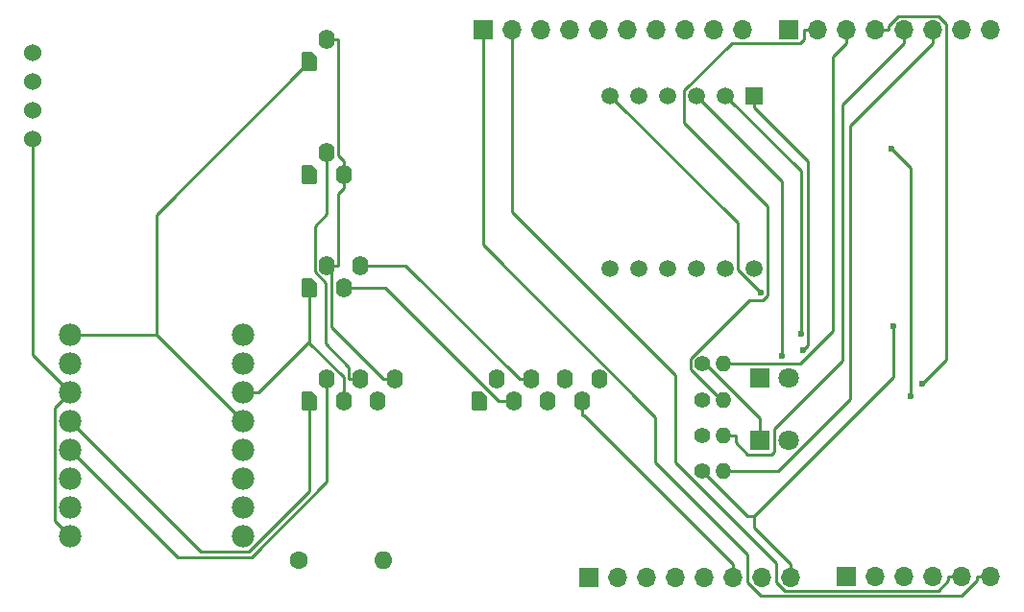
<source format=gbr>
%TF.GenerationSoftware,KiCad,Pcbnew,8.0.0*%
%TF.CreationDate,2024-05-08T19:23:15-07:00*%
%TF.ProjectId,CPE301D_KICAD,43504533-3031-4445-9f4b-494341442e6b,rev?*%
%TF.SameCoordinates,Original*%
%TF.FileFunction,Copper,L2,Bot*%
%TF.FilePolarity,Positive*%
%FSLAX46Y46*%
G04 Gerber Fmt 4.6, Leading zero omitted, Abs format (unit mm)*
G04 Created by KiCad (PCBNEW 8.0.0) date 2024-05-08 19:23:15*
%MOMM*%
%LPD*%
G01*
G04 APERTURE LIST*
G04 Aperture macros list*
%AMFreePoly0*
4,1,22,0.145671,0.855970,0.226777,0.801777,0.626777,0.401777,0.680970,0.320671,0.700000,0.225000,0.700000,-0.625000,0.680970,-0.720671,0.626777,-0.801777,0.545671,-0.855970,0.450000,-0.875000,-0.450000,-0.875000,-0.545671,-0.855970,-0.626777,-0.801777,-0.680970,-0.720671,-0.700000,-0.625000,-0.700000,0.625000,-0.680970,0.720671,-0.626777,0.801777,-0.545671,0.855970,-0.450000,0.875000,
0.050000,0.875000,0.145671,0.855970,0.145671,0.855970,$1*%
G04 Aperture macros list end*
%TA.AperFunction,ComponentPad*%
%ADD10C,1.530000*%
%TD*%
%TA.AperFunction,ComponentPad*%
%ADD11C,1.980000*%
%TD*%
%TA.AperFunction,ComponentPad*%
%ADD12R,1.700000X1.700000*%
%TD*%
%TA.AperFunction,ComponentPad*%
%ADD13O,1.700000X1.700000*%
%TD*%
%TA.AperFunction,ComponentPad*%
%ADD14FreePoly0,0.000000*%
%TD*%
%TA.AperFunction,ComponentPad*%
%ADD15O,1.400000X1.750000*%
%TD*%
%TA.AperFunction,ComponentPad*%
%ADD16C,1.600000*%
%TD*%
%TA.AperFunction,ComponentPad*%
%ADD17O,1.600000X1.600000*%
%TD*%
%TA.AperFunction,ComponentPad*%
%ADD18R,1.800000X1.800000*%
%TD*%
%TA.AperFunction,ComponentPad*%
%ADD19C,1.800000*%
%TD*%
%TA.AperFunction,ComponentPad*%
%ADD20R,1.500000X1.500000*%
%TD*%
%TA.AperFunction,ComponentPad*%
%ADD21C,1.500000*%
%TD*%
%TA.AperFunction,ComponentPad*%
%ADD22C,1.400000*%
%TD*%
%TA.AperFunction,ComponentPad*%
%ADD23O,1.400000X1.400000*%
%TD*%
%TA.AperFunction,ViaPad*%
%ADD24C,0.600000*%
%TD*%
%TA.AperFunction,Conductor*%
%ADD25C,0.250000*%
%TD*%
G04 APERTURE END LIST*
D10*
%TO.P,U5,2,TRIG*%
%TO.N,/\u002A9*%
X79125000Y-53730000D03*
%TO.P,U5,3,ECHO*%
%TO.N,/8*%
X79125000Y-56270000D03*
%TO.P,U5,4,GND*%
%TO.N,GND*%
X79125000Y-58810000D03*
%TO.P,U5,1,VCC*%
%TO.N,VCC*%
X79125000Y-51190000D03*
%TD*%
D11*
%TO.P,U2,8,GND*%
%TO.N,GND*%
X82380000Y-93890000D03*
%TO.P,U2,7,B01*%
%TO.N,unconnected-(U2-B01-Pad7)*%
X82380000Y-91350000D03*
%TO.P,U2,6,B02*%
%TO.N,unconnected-(U2-B02-Pad6)*%
X82380000Y-88810000D03*
%TO.P,U2,5,A02*%
%TO.N,Net-(J10-Pin_2)*%
X82380000Y-86270000D03*
%TO.P,U2,4,A01*%
%TO.N,Net-(J10-Pin_1)*%
X82380000Y-83730000D03*
%TO.P,U2,3,GND*%
%TO.N,GND*%
X82380000Y-81190000D03*
%TO.P,U2,2,VCC*%
%TO.N,VCC*%
X82380000Y-78650000D03*
%TO.P,U2,1,VM*%
%TO.N,+5V*%
X82380000Y-76110000D03*
%TO.P,U2,16,PWMA*%
%TO.N,/\u002A6*%
X97620000Y-76110000D03*
%TO.P,U2,15,AI2*%
%TO.N,GND*%
X97620000Y-78650000D03*
%TO.P,U2,14,AI1*%
%TO.N,VCC*%
X97620000Y-81190000D03*
%TO.P,U2,13,STBY*%
%TO.N,+5V*%
X97620000Y-83730000D03*
%TO.P,U2,12,BI1*%
%TO.N,unconnected-(U2-BI1-Pad12)*%
X97620000Y-86270000D03*
%TO.P,U2,11,BI2*%
%TO.N,unconnected-(U2-BI2-Pad11)*%
X97620000Y-88810000D03*
%TO.P,U2,10,PWMB*%
%TO.N,unconnected-(U2-PWMB-Pad10)*%
X97620000Y-91350000D03*
%TO.P,U2,9,GND*%
%TO.N,GND*%
X97620000Y-93890000D03*
%TD*%
D12*
%TO.P,J3,1,Pin_1*%
%TO.N,/A0*%
X150800000Y-97460000D03*
D13*
%TO.P,J3,2,Pin_2*%
%TO.N,/A1*%
X153340000Y-97460000D03*
%TO.P,J3,3,Pin_3*%
%TO.N,/A2*%
X155880000Y-97460000D03*
%TO.P,J3,4,Pin_4*%
%TO.N,/A3*%
X158420000Y-97460000D03*
%TO.P,J3,5,Pin_5*%
%TO.N,/SDA{slash}A4*%
X160960000Y-97460000D03*
%TO.P,J3,6,Pin_6*%
%TO.N,/SCL{slash}A5*%
X163500000Y-97460000D03*
%TD*%
D12*
%TO.P,J2,1,Pin_1*%
%TO.N,/SCL{slash}A5*%
X118796000Y-49200000D03*
D13*
%TO.P,J2,2,Pin_2*%
%TO.N,/SDA{slash}A4*%
X121336000Y-49200000D03*
%TO.P,J2,3,Pin_3*%
%TO.N,/AREF*%
X123876000Y-49200000D03*
%TO.P,J2,4,Pin_4*%
%TO.N,GND*%
X126416000Y-49200000D03*
%TO.P,J2,5,Pin_5*%
%TO.N,/13*%
X128956000Y-49200000D03*
%TO.P,J2,6,Pin_6*%
%TO.N,/12*%
X131496000Y-49200000D03*
%TO.P,J2,7,Pin_7*%
%TO.N,/\u002A11*%
X134036000Y-49200000D03*
%TO.P,J2,8,Pin_8*%
%TO.N,/\u002A10*%
X136576000Y-49200000D03*
%TO.P,J2,9,Pin_9*%
%TO.N,/\u002A9*%
X139116000Y-49200000D03*
%TO.P,J2,10,Pin_10*%
%TO.N,/8*%
X141656000Y-49200000D03*
%TD*%
D12*
%TO.P,J4,1,Pin_1*%
%TO.N,/7*%
X145720000Y-49200000D03*
D13*
%TO.P,J4,2,Pin_2*%
%TO.N,/\u002A6*%
X148260000Y-49200000D03*
%TO.P,J4,3,Pin_3*%
%TO.N,/\u002A5*%
X150800000Y-49200000D03*
%TO.P,J4,4,Pin_4*%
%TO.N,/4*%
X153340000Y-49200000D03*
%TO.P,J4,5,Pin_5*%
%TO.N,/\u002A3*%
X155880000Y-49200000D03*
%TO.P,J4,6,Pin_6*%
%TO.N,/2*%
X158420000Y-49200000D03*
%TO.P,J4,7,Pin_7*%
%TO.N,/TX{slash}1*%
X160960000Y-49200000D03*
%TO.P,J4,8,Pin_8*%
%TO.N,/RX{slash}0*%
X163500000Y-49200000D03*
%TD*%
D14*
%TO.P,J6,1,Pin_1*%
%TO.N,VCC*%
X103500000Y-62000000D03*
D15*
%TO.P,J6,2,Pin_2*%
%TO.N,/PE2*%
X105000000Y-60000000D03*
%TO.P,J6,3,Pin_3*%
%TO.N,GND*%
X106500000Y-62000000D03*
%TD*%
D16*
%TO.P,C2,1*%
%TO.N,/A0*%
X102500000Y-96050000D03*
D17*
%TO.P,C2,2*%
%TO.N,GND*%
X110000000Y-96050000D03*
%TD*%
D14*
%TO.P,J8,1,Pin_1*%
%TO.N,VCC*%
X103500000Y-72000000D03*
D15*
%TO.P,J8,2,Pin_2*%
%TO.N,GND*%
X105000000Y-70000000D03*
%TO.P,J8,3,Pin_3*%
%TO.N,/SCL*%
X106500000Y-72000000D03*
%TO.P,J8,4,Pin_4*%
%TO.N,/SDA*%
X108000000Y-70000000D03*
%TD*%
D14*
%TO.P,J7,1,Pin_1*%
%TO.N,VCC*%
X118500000Y-82000000D03*
D15*
%TO.P,J7,2,Pin_2*%
%TO.N,GND*%
X120000000Y-80000000D03*
%TO.P,J7,3,Pin_3*%
%TO.N,/SCL*%
X121500000Y-82000000D03*
%TO.P,J7,4,Pin_4*%
%TO.N,/SDA*%
X123000000Y-80000000D03*
%TO.P,J7,5,Pin_5*%
%TO.N,unconnected-(J7-Pin_5-Pad5)*%
X124500000Y-82000000D03*
%TO.P,J7,6,Pin_6*%
%TO.N,unconnected-(J7-Pin_6-Pad6)*%
X126000000Y-80000000D03*
%TO.P,J7,7,Pin_7*%
%TO.N,GND*%
X127500000Y-82000000D03*
%TO.P,J7,8,Pin_8*%
%TO.N,unconnected-(J7-Pin_8-Pad8)*%
X129000000Y-80000000D03*
%TD*%
D18*
%TO.P,D1,1,K*%
%TO.N,Net-(D1-K)*%
X143160000Y-79900000D03*
D19*
%TO.P,D1,2,A*%
%TO.N,+5V*%
X145700000Y-79900000D03*
%TD*%
D12*
%TO.P,J1,1,Pin_1*%
%TO.N,unconnected-(J1-Pin_1-Pad1)*%
X128120000Y-97505000D03*
D13*
%TO.P,J1,2,Pin_2*%
%TO.N,/IOREF*%
X130660000Y-97505000D03*
%TO.P,J1,3,Pin_3*%
%TO.N,/~{RESET}*%
X133200000Y-97505000D03*
%TO.P,J1,4,Pin_4*%
%TO.N,+3V3*%
X135740000Y-97505000D03*
%TO.P,J1,5,Pin_5*%
%TO.N,+5V*%
X138280000Y-97505000D03*
%TO.P,J1,6,Pin_6*%
%TO.N,GND*%
X140820000Y-97505000D03*
%TO.P,J1,7,Pin_7*%
X143360000Y-97505000D03*
%TO.P,J1,8,Pin_8*%
%TO.N,VCC*%
X145900000Y-97505000D03*
%TD*%
D20*
%TO.P,U1,1,e*%
%TO.N,Net-(U1-e)*%
X142700000Y-55000000D03*
D21*
%TO.P,U1,2,d*%
%TO.N,Net-(U1-d)*%
X140160000Y-55000000D03*
%TO.P,U1,3,DPX*%
%TO.N,Net-(U1-DPX)*%
X137620000Y-55000000D03*
%TO.P,U1,4,c*%
%TO.N,Net-(U1-c)*%
X135080000Y-55000000D03*
%TO.P,U1,5,g*%
%TO.N,Net-(U1-g)*%
X132540000Y-55000000D03*
%TO.P,U1,6,CC4*%
%TO.N,Net-(U1-CC4)*%
X130000000Y-55000000D03*
%TO.P,U1,7,b*%
%TO.N,Net-(U1-b)*%
X130000000Y-70240000D03*
%TO.P,U1,8,CC3*%
%TO.N,Net-(U1-CC3)*%
X132540000Y-70240000D03*
%TO.P,U1,9,CC2*%
%TO.N,Net-(U1-CC2)*%
X135080000Y-70240000D03*
%TO.P,U1,10,f*%
%TO.N,Net-(U1-f)*%
X137620000Y-70240000D03*
%TO.P,U1,11,a*%
%TO.N,Net-(U1-a)*%
X140160000Y-70240000D03*
%TO.P,U1,12,CC1*%
%TO.N,Net-(U1-CC1)*%
X142700000Y-70240000D03*
%TD*%
D22*
%TO.P,R2,1*%
%TO.N,Net-(D1-K)*%
X138100000Y-81850000D03*
D23*
%TO.P,R2,2*%
%TO.N,/\u002A6*%
X140000000Y-81850000D03*
%TD*%
D14*
%TO.P,J10,1,Pin_1*%
%TO.N,Net-(J10-Pin_1)*%
X103500000Y-82000000D03*
D15*
%TO.P,J10,2,Pin_2*%
%TO.N,Net-(J10-Pin_2)*%
X105000000Y-80000000D03*
%TO.P,J10,3,Pin_3*%
%TO.N,VCC*%
X106500000Y-82000000D03*
%TO.P,J10,4,Pin_4*%
%TO.N,/PE2*%
X108000000Y-80000000D03*
%TO.P,J10,5,Pin_5*%
%TO.N,unconnected-(J10-Pin_5-Pad5)*%
X109500000Y-82000000D03*
%TO.P,J10,6,Pin_6*%
%TO.N,GND*%
X111000000Y-80000000D03*
%TD*%
D18*
%TO.P,D3,1,K*%
%TO.N,Net-(D3-K)*%
X143160000Y-85450000D03*
D19*
%TO.P,D3,2,A*%
%TO.N,+5V*%
X145700000Y-85450000D03*
%TD*%
D22*
%TO.P,R4,1*%
%TO.N,VCC*%
X138100000Y-88150000D03*
D23*
%TO.P,R4,2*%
%TO.N,/2*%
X140000000Y-88150000D03*
%TD*%
D22*
%TO.P,R3,1*%
%TO.N,VCC*%
X138100000Y-85000000D03*
D23*
%TO.P,R3,2*%
%TO.N,/\u002A3*%
X140000000Y-85000000D03*
%TD*%
D14*
%TO.P,J5,1,Pin_1*%
%TO.N,+5V*%
X103500000Y-52000000D03*
D15*
%TO.P,J5,2,Pin_2*%
%TO.N,GND*%
X105000000Y-50000000D03*
%TD*%
D22*
%TO.P,R1,1*%
%TO.N,Net-(D3-K)*%
X138100000Y-78700000D03*
D23*
%TO.P,R1,2*%
%TO.N,/\u002A5*%
X140000000Y-78700000D03*
%TD*%
D24*
%TO.N,Net-(U1-d)*%
X146810500Y-75995600D03*
%TO.N,Net-(U1-e)*%
X147021400Y-77450600D03*
%TO.N,Net-(U1-DPX)*%
X145160600Y-77972100D03*
%TO.N,Net-(U1-CC4)*%
X143233900Y-72352900D03*
%TO.N,VCC*%
X154960000Y-75381400D03*
%TO.N,/4*%
X157469100Y-80445900D03*
%TO.N,/7*%
X154799000Y-59653300D03*
X156512600Y-81570400D03*
%TD*%
D25*
%TO.N,Net-(U1-d)*%
X146810500Y-61650500D02*
X146810500Y-75995600D01*
X140160000Y-55000000D02*
X146810500Y-61650500D01*
%TO.N,Net-(U1-e)*%
X142700000Y-55000000D02*
X142700000Y-56076700D01*
X147438800Y-77033200D02*
X147021400Y-77450600D01*
X147438800Y-60815500D02*
X147438800Y-77033200D01*
X142700000Y-56076700D02*
X147438800Y-60815500D01*
%TO.N,Net-(U1-DPX)*%
X145160600Y-62540600D02*
X145160600Y-77972100D01*
X137620000Y-55000000D02*
X145160600Y-62540600D01*
%TO.N,Net-(U1-CC4)*%
X141236700Y-70355700D02*
X143233900Y-72352900D01*
X141236700Y-66236700D02*
X141236700Y-70355700D01*
X130000000Y-55000000D02*
X141236700Y-66236700D01*
%TO.N,Net-(J10-Pin_2)*%
X91831400Y-95721400D02*
X82380000Y-86270000D01*
X98369200Y-95721400D02*
X91831400Y-95721400D01*
X105000000Y-89090600D02*
X98369200Y-95721400D01*
X105000000Y-80000000D02*
X105000000Y-89090600D01*
%TO.N,Net-(J10-Pin_1)*%
X93885000Y-95235000D02*
X82380000Y-83730000D01*
X98169400Y-95235000D02*
X93885000Y-95235000D01*
X103500000Y-89904400D02*
X98169400Y-95235000D01*
X103500000Y-82000000D02*
X103500000Y-89904400D01*
%TO.N,/PE2*%
X105000000Y-65468800D02*
X105000000Y-60000000D01*
X103942700Y-66526100D02*
X105000000Y-65468800D01*
X103942700Y-70569700D02*
X103942700Y-66526100D01*
X104889200Y-71516200D02*
X103942700Y-70569700D01*
X104889200Y-76889200D02*
X104889200Y-71516200D01*
X106973300Y-78973300D02*
X104889200Y-76889200D01*
X106973300Y-80000000D02*
X106973300Y-78973300D01*
X108000000Y-80000000D02*
X106973300Y-80000000D01*
%TO.N,/SCL*%
X110175100Y-72000000D02*
X106500000Y-72000000D01*
X120175100Y-82000000D02*
X110175100Y-72000000D01*
X121500000Y-82000000D02*
X120175100Y-82000000D01*
%TO.N,/SDA*%
X111973300Y-70000000D02*
X108000000Y-70000000D01*
X121973300Y-80000000D02*
X111973300Y-70000000D01*
X123000000Y-80000000D02*
X121973300Y-80000000D01*
%TO.N,Net-(D3-K)*%
X138340000Y-78700000D02*
X138100000Y-78700000D01*
X143160000Y-83520000D02*
X138340000Y-78700000D01*
X143160000Y-85450000D02*
X143160000Y-83520000D01*
%TO.N,VCC*%
X145900000Y-97505000D02*
X145900000Y-96328300D01*
X106500000Y-79843700D02*
X103428100Y-76771800D01*
X106500000Y-82000000D02*
X106500000Y-79843700D01*
X103500000Y-76699900D02*
X103428100Y-76771800D01*
X103500000Y-72000000D02*
X103500000Y-76699900D01*
X99009900Y-81190000D02*
X97620000Y-81190000D01*
X103428100Y-76771800D02*
X99009900Y-81190000D01*
X142695000Y-93123300D02*
X145900000Y-96328300D01*
X142695000Y-92127500D02*
X142695000Y-93123300D01*
X142077500Y-92127500D02*
X142695000Y-92127500D01*
X138100000Y-88150000D02*
X142077500Y-92127500D01*
X154960000Y-79862500D02*
X154960000Y-75381400D01*
X142695000Y-92127500D02*
X154960000Y-79862500D01*
%TO.N,/\u002A3*%
X140000000Y-85000000D02*
X141026700Y-85000000D01*
X155880000Y-49200000D02*
X155880000Y-50376700D01*
X150471500Y-55785200D02*
X155880000Y-50376700D01*
X150471500Y-78416800D02*
X150471500Y-55785200D01*
X144430000Y-84458300D02*
X150471500Y-78416800D01*
X144430000Y-86464800D02*
X144430000Y-84458300D01*
X144218100Y-86676700D02*
X144430000Y-86464800D01*
X142061700Y-86676700D02*
X144218100Y-86676700D01*
X141026700Y-85641700D02*
X142061700Y-86676700D01*
X141026700Y-85000000D02*
X141026700Y-85641700D01*
%TO.N,/\u002A5*%
X149623300Y-51553400D02*
X150800000Y-50376700D01*
X149623300Y-75744200D02*
X149623300Y-51553400D01*
X146703300Y-78664200D02*
X149623300Y-75744200D01*
X141062500Y-78664200D02*
X146703300Y-78664200D01*
X141026700Y-78700000D02*
X141062500Y-78664200D01*
X140000000Y-78700000D02*
X141026700Y-78700000D01*
X150800000Y-49200000D02*
X150800000Y-50376700D01*
%TO.N,/\u002A6*%
X147083300Y-50009000D02*
X147083300Y-49200000D01*
X146715600Y-50376700D02*
X147083300Y-50009000D01*
X140714800Y-50376700D02*
X146715600Y-50376700D01*
X136524600Y-54566900D02*
X140714800Y-50376700D01*
X136524600Y-57440100D02*
X136524600Y-54566900D01*
X143868700Y-64784200D02*
X136524600Y-57440100D01*
X143868700Y-72674800D02*
X143868700Y-64784200D01*
X143450200Y-73093300D02*
X143868700Y-72674800D01*
X142223200Y-73093300D02*
X143450200Y-73093300D01*
X137054300Y-78262200D02*
X142223200Y-73093300D01*
X137054300Y-79148000D02*
X137054300Y-78262200D01*
X139756300Y-81850000D02*
X137054300Y-79148000D01*
X140000000Y-81850000D02*
X139756300Y-81850000D01*
X148260000Y-49200000D02*
X147083300Y-49200000D01*
%TO.N,/2*%
X158420000Y-49200000D02*
X158420000Y-50376700D01*
X140000000Y-88150000D02*
X141026700Y-88150000D01*
X151148200Y-57648500D02*
X158420000Y-50376700D01*
X151148200Y-81797300D02*
X151148200Y-57648500D01*
X144795500Y-88150000D02*
X151148200Y-81797300D01*
X141026700Y-88150000D02*
X144795500Y-88150000D01*
%TO.N,/4*%
X159605800Y-78309200D02*
X157469100Y-80445900D01*
X159605800Y-48698500D02*
X159605800Y-78309200D01*
X158898200Y-47990900D02*
X159605800Y-48698500D01*
X155358100Y-47990900D02*
X158898200Y-47990900D01*
X154516700Y-48832300D02*
X155358100Y-47990900D01*
X154516700Y-49200000D02*
X154516700Y-48832300D01*
X153340000Y-49200000D02*
X154516700Y-49200000D01*
%TO.N,/7*%
X156512600Y-61366900D02*
X156512600Y-81570400D01*
X154799000Y-59653300D02*
X156512600Y-61366900D01*
%TO.N,/SCL{slash}A5*%
X162323300Y-97827700D02*
X162323300Y-97460000D01*
X160974900Y-99176100D02*
X162323300Y-97827700D01*
X143301700Y-99176100D02*
X160974900Y-99176100D01*
X142090000Y-97964400D02*
X143301700Y-99176100D01*
X142090000Y-95497800D02*
X142090000Y-97964400D01*
X133986800Y-87394600D02*
X142090000Y-95497800D01*
X133986800Y-83359800D02*
X133986800Y-87394600D01*
X118796000Y-68169000D02*
X133986800Y-83359800D01*
X118796000Y-49200000D02*
X118796000Y-68169000D01*
X163500000Y-97460000D02*
X162323300Y-97460000D01*
%TO.N,/SDA{slash}A4*%
X160960000Y-97460000D02*
X159783300Y-97460000D01*
X121336000Y-49200000D02*
X121336000Y-50376700D01*
X121336000Y-65251500D02*
X121336000Y-50376700D01*
X135764300Y-79679800D02*
X121336000Y-65251500D01*
X135764300Y-87370600D02*
X135764300Y-79679800D01*
X144630000Y-96236300D02*
X135764300Y-87370600D01*
X144630000Y-97925600D02*
X144630000Y-96236300D01*
X145391400Y-98687000D02*
X144630000Y-97925600D01*
X158924000Y-98687000D02*
X145391400Y-98687000D01*
X159783300Y-97827700D02*
X158924000Y-98687000D01*
X159783300Y-97460000D02*
X159783300Y-97827700D01*
%TO.N,+5V*%
X90000000Y-65500000D02*
X90000000Y-76110000D01*
X103500000Y-52000000D02*
X90000000Y-65500000D01*
X97620000Y-83730000D02*
X90000000Y-76110000D01*
X90000000Y-76110000D02*
X82380000Y-76110000D01*
%TO.N,GND*%
X106026700Y-60325000D02*
X106500000Y-60798300D01*
X106026700Y-50000000D02*
X106026700Y-60325000D01*
X105000000Y-50000000D02*
X106026700Y-50000000D01*
X106500000Y-62000000D02*
X106500000Y-60798300D01*
X106026700Y-63675000D02*
X106500000Y-63201700D01*
X106026700Y-70000000D02*
X106026700Y-63675000D01*
X106500000Y-62000000D02*
X106500000Y-63201700D01*
X111000000Y-80000000D02*
X109973300Y-80000000D01*
X105000000Y-70000000D02*
X105384900Y-70000000D01*
X105384900Y-70000000D02*
X106026700Y-70000000D01*
X105384900Y-75411600D02*
X105384900Y-70000000D01*
X109973300Y-80000000D02*
X105384900Y-75411600D01*
X81021900Y-92531900D02*
X82380000Y-93890000D01*
X81021900Y-82548100D02*
X81021900Y-92531900D01*
X82380000Y-81190000D02*
X81021900Y-82548100D01*
X79125000Y-77935000D02*
X79125000Y-58810000D01*
X82380000Y-81190000D02*
X79125000Y-77935000D01*
X127693400Y-83201700D02*
X140820000Y-96328300D01*
X127500000Y-83201700D02*
X127693400Y-83201700D01*
X140820000Y-97505000D02*
X140820000Y-96328300D01*
X127500000Y-82000000D02*
X127500000Y-83201700D01*
%TD*%
M02*

</source>
